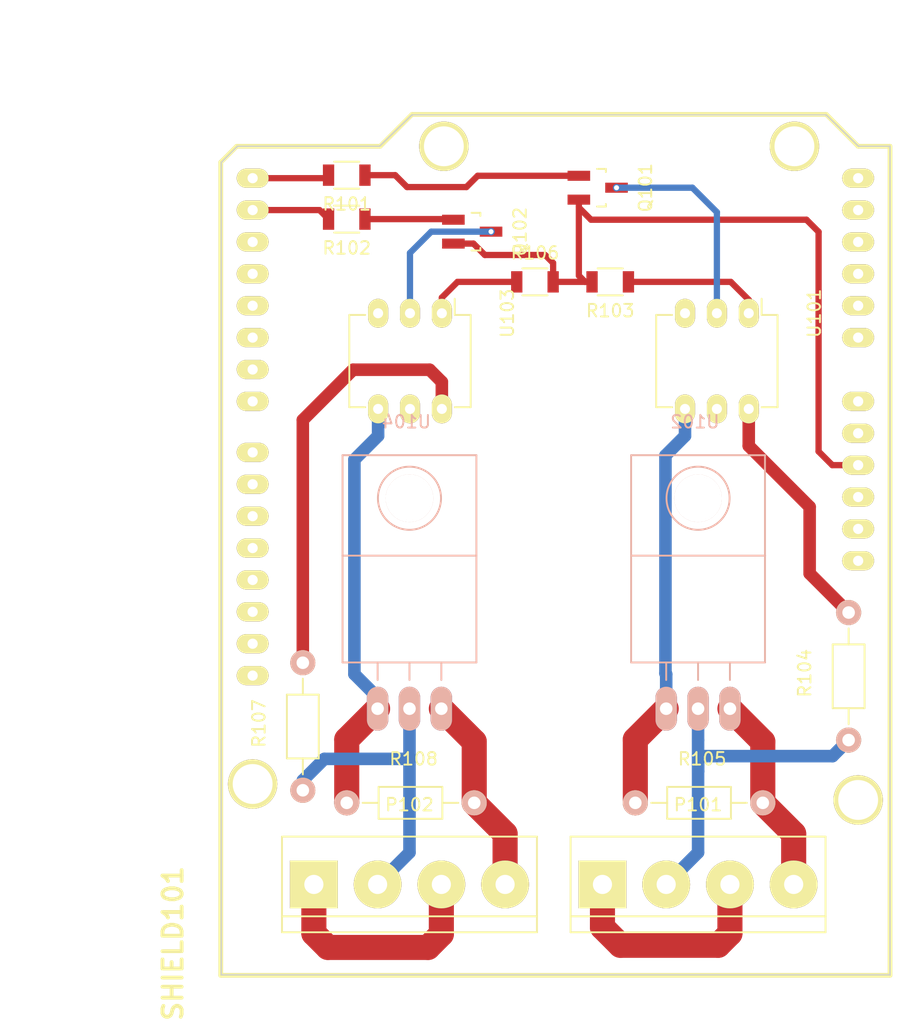
<source format=kicad_pcb>
(kicad_pcb (version 4) (host pcbnew 4.0.2-4+6225~38~ubuntu14.04.1-stable)

  (general
    (links 28)
    (no_connects 1)
    (area 52.000001 38.9 124.785 120.98297)
    (thickness 1.6)
    (drawings 11)
    (tracks 98)
    (zones 0)
    (modules 17)
    (nets 45)
  )

  (page A4)
  (layers
    (0 F.Cu signal)
    (31 B.Cu signal)
    (32 B.Adhes user)
    (33 F.Adhes user)
    (34 B.Paste user)
    (35 F.Paste user)
    (36 B.SilkS user)
    (37 F.SilkS user)
    (38 B.Mask user)
    (39 F.Mask user)
    (40 Dwgs.User user)
    (41 Cmts.User user)
    (42 Eco1.User user)
    (43 Eco2.User user)
    (44 Edge.Cuts user)
    (45 Margin user)
    (46 B.CrtYd user)
    (47 F.CrtYd user)
    (48 B.Fab user)
    (49 F.Fab user)
  )

  (setup
    (last_trace_width 1)
    (user_trace_width 0.5)
    (user_trace_width 1)
    (user_trace_width 2)
    (user_trace_width 3)
    (trace_clearance 0.2)
    (zone_clearance 0.508)
    (zone_45_only no)
    (trace_min 0.2)
    (segment_width 0.2)
    (edge_width 0.1)
    (via_size 0.6)
    (via_drill 0.4)
    (via_min_size 0.4)
    (via_min_drill 0.3)
    (uvia_size 0.3)
    (uvia_drill 0.1)
    (uvias_allowed no)
    (uvia_min_size 0.2)
    (uvia_min_drill 0.1)
    (pcb_text_width 0.3)
    (pcb_text_size 1.5 1.5)
    (mod_edge_width 0.15)
    (mod_text_size 1 1)
    (mod_text_width 0.15)
    (pad_size 3.937 3.937)
    (pad_drill 3.175)
    (pad_to_mask_clearance 0)
    (aux_axis_origin 0 0)
    (grid_origin 70 116.25)
    (visible_elements FFFCFF7F)
    (pcbplotparams
      (layerselection 0x010fc_80000001)
      (usegerberextensions false)
      (excludeedgelayer true)
      (linewidth 0.100000)
      (plotframeref false)
      (viasonmask false)
      (mode 1)
      (useauxorigin false)
      (hpglpennumber 1)
      (hpglpenspeed 20)
      (hpglpendiameter 15)
      (hpglpenoverlay 2)
      (psnegative false)
      (psa4output false)
      (plotreference true)
      (plotvalue false)
      (plotinvisibletext false)
      (padsonsilk false)
      (subtractmaskfromsilk false)
      (outputformat 1)
      (mirror false)
      (drillshape 0)
      (scaleselection 1)
      (outputdirectory ../../../../Desktop/Gerbers/))
  )

  (net 0 "")
  (net 1 /Triac1L)
  (net 2 /Triac1N)
  (net 3 /Triac1O)
  (net 4 /Triac2L)
  (net 5 /Triac2N)
  (net 6 /Triac2O)
  (net 7 "Net-(Q101-Pad1)")
  (net 8 /Gnd)
  (net 9 /Q1Out)
  (net 10 "Net-(Q102-Pad1)")
  (net 11 /Q2Out)
  (net 12 /Q1In)
  (net 13 /Q2In)
  (net 14 "Net-(R103-Pad1)")
  (net 15 "Net-(R104-Pad2)")
  (net 16 "Net-(R105-Pad1)")
  (net 17 "Net-(R106-Pad1)")
  (net 18 "Net-(R107-Pad2)")
  (net 19 "Net-(R108-Pad1)")
  (net 20 "Net-(SHIELD101-PadAD5)")
  (net 21 "Net-(SHIELD101-PadAD4)")
  (net 22 "Net-(SHIELD101-PadAD3)")
  (net 23 "Net-(SHIELD101-PadAD0)")
  (net 24 "Net-(SHIELD101-PadAD1)")
  (net 25 "Net-(SHIELD101-PadAD2)")
  (net 26 "Net-(SHIELD101-PadV_IN)")
  (net 27 "Net-(SHIELD101-PadGND2)")
  (net 28 /Vcc)
  (net 29 "Net-(SHIELD101-PadRST)")
  (net 30 "Net-(SHIELD101-Pad2)")
  (net 31 "Net-(SHIELD101-Pad3)")
  (net 32 "Net-(SHIELD101-Pad4)")
  (net 33 "Net-(SHIELD101-Pad5)")
  (net 34 "Net-(SHIELD101-Pad6)")
  (net 35 "Net-(SHIELD101-Pad7)")
  (net 36 "Net-(SHIELD101-Pad8)")
  (net 37 "Net-(SHIELD101-Pad9)")
  (net 38 "Net-(SHIELD101-Pad10)")
  (net 39 "Net-(SHIELD101-Pad11)")
  (net 40 "Net-(SHIELD101-Pad12)")
  (net 41 "Net-(SHIELD101-Pad13)")
  (net 42 "Net-(SHIELD101-PadGND3)")
  (net 43 "Net-(SHIELD101-PadAREF)")
  (net 44 "Net-(SHIELD101-Pad5V)")

  (net_class Default "This is the default net class."
    (clearance 0.2)
    (trace_width 0.25)
    (via_dia 0.6)
    (via_drill 0.4)
    (uvia_dia 0.3)
    (uvia_drill 0.1)
    (add_net /Gnd)
    (add_net /Q1In)
    (add_net /Q1Out)
    (add_net /Q2In)
    (add_net /Q2Out)
    (add_net /Triac1L)
    (add_net /Triac1N)
    (add_net /Triac1O)
    (add_net /Triac2L)
    (add_net /Triac2N)
    (add_net /Triac2O)
    (add_net /Vcc)
    (add_net "Net-(Q101-Pad1)")
    (add_net "Net-(Q102-Pad1)")
    (add_net "Net-(R103-Pad1)")
    (add_net "Net-(R104-Pad2)")
    (add_net "Net-(R105-Pad1)")
    (add_net "Net-(R106-Pad1)")
    (add_net "Net-(R107-Pad2)")
    (add_net "Net-(R108-Pad1)")
    (add_net "Net-(SHIELD101-Pad10)")
    (add_net "Net-(SHIELD101-Pad11)")
    (add_net "Net-(SHIELD101-Pad12)")
    (add_net "Net-(SHIELD101-Pad13)")
    (add_net "Net-(SHIELD101-Pad2)")
    (add_net "Net-(SHIELD101-Pad3)")
    (add_net "Net-(SHIELD101-Pad4)")
    (add_net "Net-(SHIELD101-Pad5)")
    (add_net "Net-(SHIELD101-Pad5V)")
    (add_net "Net-(SHIELD101-Pad6)")
    (add_net "Net-(SHIELD101-Pad7)")
    (add_net "Net-(SHIELD101-Pad8)")
    (add_net "Net-(SHIELD101-Pad9)")
    (add_net "Net-(SHIELD101-PadAD0)")
    (add_net "Net-(SHIELD101-PadAD1)")
    (add_net "Net-(SHIELD101-PadAD2)")
    (add_net "Net-(SHIELD101-PadAD3)")
    (add_net "Net-(SHIELD101-PadAD4)")
    (add_net "Net-(SHIELD101-PadAD5)")
    (add_net "Net-(SHIELD101-PadAREF)")
    (add_net "Net-(SHIELD101-PadGND2)")
    (add_net "Net-(SHIELD101-PadGND3)")
    (add_net "Net-(SHIELD101-PadRST)")
    (add_net "Net-(SHIELD101-PadV_IN)")
  )

  (module Connect:bornier4 (layer F.Cu) (tedit 0) (tstamp 56EEFA8D)
    (at 108 109)
    (descr "Bornier d'alimentation 4 pins")
    (tags DEV)
    (path /56CFEFBB)
    (fp_text reference P101 (at 0 -6.35) (layer F.SilkS)
      (effects (font (size 1 1) (thickness 0.15)))
    )
    (fp_text value Con1 (at 0 5.08) (layer F.Fab)
      (effects (font (size 1 1) (thickness 0.15)))
    )
    (fp_line (start -10.16 -3.81) (end -10.16 3.81) (layer F.SilkS) (width 0.15))
    (fp_line (start 10.16 3.81) (end 10.16 -3.81) (layer F.SilkS) (width 0.15))
    (fp_line (start 10.16 2.54) (end -10.16 2.54) (layer F.SilkS) (width 0.15))
    (fp_line (start -10.16 -3.81) (end 10.16 -3.81) (layer F.SilkS) (width 0.15))
    (fp_line (start -10.16 3.81) (end 10.16 3.81) (layer F.SilkS) (width 0.15))
    (pad 2 thru_hole circle (at -2.54 0) (size 3.81 3.81) (drill 1.524) (layers *.Cu *.Mask F.SilkS)
      (net 1 /Triac1L))
    (pad 3 thru_hole circle (at 2.54 0) (size 3.81 3.81) (drill 1.524) (layers *.Cu *.Mask F.SilkS)
      (net 2 /Triac1N))
    (pad 1 thru_hole rect (at -7.62 0) (size 3.81 3.81) (drill 1.524) (layers *.Cu *.Mask F.SilkS)
      (net 2 /Triac1N))
    (pad 4 thru_hole circle (at 7.62 0) (size 3.81 3.81) (drill 1.524) (layers *.Cu *.Mask F.SilkS)
      (net 3 /Triac1O))
    (model Connect.3dshapes/bornier4.wrl
      (at (xyz 0 0 0))
      (scale (xyz 1 1 1))
      (rotate (xyz 0 0 0))
    )
  )

  (module Connect:bornier4 (layer F.Cu) (tedit 0) (tstamp 56EEFA95)
    (at 85 109)
    (descr "Bornier d'alimentation 4 pins")
    (tags DEV)
    (path /56D0030E)
    (fp_text reference P102 (at 0 -6.35) (layer F.SilkS)
      (effects (font (size 1 1) (thickness 0.15)))
    )
    (fp_text value Con2 (at 0 5.08) (layer F.Fab)
      (effects (font (size 1 1) (thickness 0.15)))
    )
    (fp_line (start -10.16 -3.81) (end -10.16 3.81) (layer F.SilkS) (width 0.15))
    (fp_line (start 10.16 3.81) (end 10.16 -3.81) (layer F.SilkS) (width 0.15))
    (fp_line (start 10.16 2.54) (end -10.16 2.54) (layer F.SilkS) (width 0.15))
    (fp_line (start -10.16 -3.81) (end 10.16 -3.81) (layer F.SilkS) (width 0.15))
    (fp_line (start -10.16 3.81) (end 10.16 3.81) (layer F.SilkS) (width 0.15))
    (pad 2 thru_hole circle (at -2.54 0) (size 3.81 3.81) (drill 1.524) (layers *.Cu *.Mask F.SilkS)
      (net 4 /Triac2L))
    (pad 3 thru_hole circle (at 2.54 0) (size 3.81 3.81) (drill 1.524) (layers *.Cu *.Mask F.SilkS)
      (net 5 /Triac2N))
    (pad 1 thru_hole rect (at -7.62 0) (size 3.81 3.81) (drill 1.524) (layers *.Cu *.Mask F.SilkS)
      (net 5 /Triac2N))
    (pad 4 thru_hole circle (at 7.62 0) (size 3.81 3.81) (drill 1.524) (layers *.Cu *.Mask F.SilkS)
      (net 6 /Triac2O))
    (model Connect.3dshapes/bornier4.wrl
      (at (xyz 0 0 0))
      (scale (xyz 1 1 1))
      (rotate (xyz 0 0 0))
    )
  )

  (module Resistors_SMD:R_1206 (layer F.Cu) (tedit 5415CFA7) (tstamp 56EEFAA9)
    (at 80 52.5 180)
    (descr "Resistor SMD 1206, reflow soldering, Vishay (see dcrcw.pdf)")
    (tags "resistor 1206")
    (path /56CFD698)
    (attr smd)
    (fp_text reference R101 (at 0 -2.3 180) (layer F.SilkS)
      (effects (font (size 1 1) (thickness 0.15)))
    )
    (fp_text value 331 (at 0 2.3 180) (layer F.Fab)
      (effects (font (size 1 1) (thickness 0.15)))
    )
    (fp_line (start -2.2 -1.2) (end 2.2 -1.2) (layer F.CrtYd) (width 0.05))
    (fp_line (start -2.2 1.2) (end 2.2 1.2) (layer F.CrtYd) (width 0.05))
    (fp_line (start -2.2 -1.2) (end -2.2 1.2) (layer F.CrtYd) (width 0.05))
    (fp_line (start 2.2 -1.2) (end 2.2 1.2) (layer F.CrtYd) (width 0.05))
    (fp_line (start 1 1.075) (end -1 1.075) (layer F.SilkS) (width 0.15))
    (fp_line (start -1 -1.075) (end 1 -1.075) (layer F.SilkS) (width 0.15))
    (pad 1 smd rect (at -1.45 0 180) (size 0.9 1.7) (layers F.Cu F.Paste F.Mask)
      (net 7 "Net-(Q101-Pad1)"))
    (pad 2 smd rect (at 1.45 0 180) (size 0.9 1.7) (layers F.Cu F.Paste F.Mask)
      (net 12 /Q1In))
    (model Resistors_SMD.3dshapes/R_1206.wrl
      (at (xyz 0 0 0))
      (scale (xyz 1 1 1))
      (rotate (xyz 0 0 0))
    )
  )

  (module Resistors_SMD:R_1206 (layer F.Cu) (tedit 5415CFA7) (tstamp 56EEFAAF)
    (at 80 56 180)
    (descr "Resistor SMD 1206, reflow soldering, Vishay (see dcrcw.pdf)")
    (tags "resistor 1206")
    (path /56CFE8BB)
    (attr smd)
    (fp_text reference R102 (at 0 -2.3 180) (layer F.SilkS)
      (effects (font (size 1 1) (thickness 0.15)))
    )
    (fp_text value 331 (at 0 2.3 180) (layer F.Fab)
      (effects (font (size 1 1) (thickness 0.15)))
    )
    (fp_line (start -2.2 -1.2) (end 2.2 -1.2) (layer F.CrtYd) (width 0.05))
    (fp_line (start -2.2 1.2) (end 2.2 1.2) (layer F.CrtYd) (width 0.05))
    (fp_line (start -2.2 -1.2) (end -2.2 1.2) (layer F.CrtYd) (width 0.05))
    (fp_line (start 2.2 -1.2) (end 2.2 1.2) (layer F.CrtYd) (width 0.05))
    (fp_line (start 1 1.075) (end -1 1.075) (layer F.SilkS) (width 0.15))
    (fp_line (start -1 -1.075) (end 1 -1.075) (layer F.SilkS) (width 0.15))
    (pad 1 smd rect (at -1.45 0 180) (size 0.9 1.7) (layers F.Cu F.Paste F.Mask)
      (net 10 "Net-(Q102-Pad1)"))
    (pad 2 smd rect (at 1.45 0 180) (size 0.9 1.7) (layers F.Cu F.Paste F.Mask)
      (net 13 /Q2In))
    (model Resistors_SMD.3dshapes/R_1206.wrl
      (at (xyz 0 0 0))
      (scale (xyz 1 1 1))
      (rotate (xyz 0 0 0))
    )
  )

  (module Resistors_SMD:R_1206 (layer F.Cu) (tedit 5415CFA7) (tstamp 56EEFAB5)
    (at 101 61 180)
    (descr "Resistor SMD 1206, reflow soldering, Vishay (see dcrcw.pdf)")
    (tags "resistor 1206")
    (path /56CFF5CC)
    (attr smd)
    (fp_text reference R103 (at 0 -2.3 180) (layer F.SilkS)
      (effects (font (size 1 1) (thickness 0.15)))
    )
    (fp_text value 131 (at 0 2.3 180) (layer F.Fab)
      (effects (font (size 1 1) (thickness 0.15)))
    )
    (fp_line (start -2.2 -1.2) (end 2.2 -1.2) (layer F.CrtYd) (width 0.05))
    (fp_line (start -2.2 1.2) (end 2.2 1.2) (layer F.CrtYd) (width 0.05))
    (fp_line (start -2.2 -1.2) (end -2.2 1.2) (layer F.CrtYd) (width 0.05))
    (fp_line (start 2.2 -1.2) (end 2.2 1.2) (layer F.CrtYd) (width 0.05))
    (fp_line (start 1 1.075) (end -1 1.075) (layer F.SilkS) (width 0.15))
    (fp_line (start -1 -1.075) (end 1 -1.075) (layer F.SilkS) (width 0.15))
    (pad 1 smd rect (at -1.45 0 180) (size 0.9 1.7) (layers F.Cu F.Paste F.Mask)
      (net 14 "Net-(R103-Pad1)"))
    (pad 2 smd rect (at 1.45 0 180) (size 0.9 1.7) (layers F.Cu F.Paste F.Mask)
      (net 8 /Gnd))
    (model Resistors_SMD.3dshapes/R_1206.wrl
      (at (xyz 0 0 0))
      (scale (xyz 1 1 1))
      (rotate (xyz 0 0 0))
    )
  )

  (module Resistors_ThroughHole:Resistor_Horizontal_RM10mm (layer F.Cu) (tedit 56648415) (tstamp 56EEFABB)
    (at 120 97.5 90)
    (descr "Resistor, Axial,  RM 10mm, 1/3W")
    (tags "Resistor Axial RM 10mm 1/3W")
    (path /56CFD4FF)
    (fp_text reference R104 (at 5.32892 -3.50012 90) (layer F.SilkS)
      (effects (font (size 1 1) (thickness 0.15)))
    )
    (fp_text value 361 (at 5.08 3.81 90) (layer F.Fab)
      (effects (font (size 1 1) (thickness 0.15)))
    )
    (fp_line (start -1.25 -1.5) (end 11.4 -1.5) (layer F.CrtYd) (width 0.05))
    (fp_line (start -1.25 1.5) (end -1.25 -1.5) (layer F.CrtYd) (width 0.05))
    (fp_line (start 11.4 -1.5) (end 11.4 1.5) (layer F.CrtYd) (width 0.05))
    (fp_line (start -1.25 1.5) (end 11.4 1.5) (layer F.CrtYd) (width 0.05))
    (fp_line (start 2.54 -1.27) (end 7.62 -1.27) (layer F.SilkS) (width 0.15))
    (fp_line (start 7.62 -1.27) (end 7.62 1.27) (layer F.SilkS) (width 0.15))
    (fp_line (start 7.62 1.27) (end 2.54 1.27) (layer F.SilkS) (width 0.15))
    (fp_line (start 2.54 1.27) (end 2.54 -1.27) (layer F.SilkS) (width 0.15))
    (fp_line (start 2.54 0) (end 1.27 0) (layer F.SilkS) (width 0.15))
    (fp_line (start 7.62 0) (end 8.89 0) (layer F.SilkS) (width 0.15))
    (pad 1 thru_hole circle (at 0 0 90) (size 1.99898 1.99898) (drill 1.00076) (layers *.Cu *.SilkS *.Mask)
      (net 1 /Triac1L))
    (pad 2 thru_hole circle (at 10.16 0 90) (size 1.99898 1.99898) (drill 1.00076) (layers *.Cu *.SilkS *.Mask)
      (net 15 "Net-(R104-Pad2)"))
    (model Resistors_ThroughHole.3dshapes/Resistor_Horizontal_RM10mm.wrl
      (at (xyz 0.2 0 0))
      (scale (xyz 0.4 0.4 0.4))
      (rotate (xyz 0 0 0))
    )
  )

  (module Resistors_ThroughHole:Resistor_Horizontal_RM10mm (layer F.Cu) (tedit 56648415) (tstamp 56EEFAC1)
    (at 103 102.5)
    (descr "Resistor, Axial,  RM 10mm, 1/3W")
    (tags "Resistor Axial RM 10mm 1/3W")
    (path /56EEEF1A)
    (fp_text reference R105 (at 5.32892 -3.50012) (layer F.SilkS)
      (effects (font (size 1 1) (thickness 0.15)))
    )
    (fp_text value 331 (at 5.08 3.81) (layer F.Fab)
      (effects (font (size 1 1) (thickness 0.15)))
    )
    (fp_line (start -1.25 -1.5) (end 11.4 -1.5) (layer F.CrtYd) (width 0.05))
    (fp_line (start -1.25 1.5) (end -1.25 -1.5) (layer F.CrtYd) (width 0.05))
    (fp_line (start 11.4 -1.5) (end 11.4 1.5) (layer F.CrtYd) (width 0.05))
    (fp_line (start -1.25 1.5) (end 11.4 1.5) (layer F.CrtYd) (width 0.05))
    (fp_line (start 2.54 -1.27) (end 7.62 -1.27) (layer F.SilkS) (width 0.15))
    (fp_line (start 7.62 -1.27) (end 7.62 1.27) (layer F.SilkS) (width 0.15))
    (fp_line (start 7.62 1.27) (end 2.54 1.27) (layer F.SilkS) (width 0.15))
    (fp_line (start 2.54 1.27) (end 2.54 -1.27) (layer F.SilkS) (width 0.15))
    (fp_line (start 2.54 0) (end 1.27 0) (layer F.SilkS) (width 0.15))
    (fp_line (start 7.62 0) (end 8.89 0) (layer F.SilkS) (width 0.15))
    (pad 1 thru_hole circle (at 0 0) (size 1.99898 1.99898) (drill 1.00076) (layers *.Cu *.SilkS *.Mask)
      (net 16 "Net-(R105-Pad1)"))
    (pad 2 thru_hole circle (at 10.16 0) (size 1.99898 1.99898) (drill 1.00076) (layers *.Cu *.SilkS *.Mask)
      (net 3 /Triac1O))
    (model Resistors_ThroughHole.3dshapes/Resistor_Horizontal_RM10mm.wrl
      (at (xyz 0.2 0 0))
      (scale (xyz 0.4 0.4 0.4))
      (rotate (xyz 0 0 0))
    )
  )

  (module Resistors_SMD:R_1206 (layer F.Cu) (tedit 5415CFA7) (tstamp 56EEFAC7)
    (at 95 61)
    (descr "Resistor SMD 1206, reflow soldering, Vishay (see dcrcw.pdf)")
    (tags "resistor 1206")
    (path /56D00321)
    (attr smd)
    (fp_text reference R106 (at 0 -2.3) (layer F.SilkS)
      (effects (font (size 1 1) (thickness 0.15)))
    )
    (fp_text value 131 (at 0 2.3) (layer F.Fab)
      (effects (font (size 1 1) (thickness 0.15)))
    )
    (fp_line (start -2.2 -1.2) (end 2.2 -1.2) (layer F.CrtYd) (width 0.05))
    (fp_line (start -2.2 1.2) (end 2.2 1.2) (layer F.CrtYd) (width 0.05))
    (fp_line (start -2.2 -1.2) (end -2.2 1.2) (layer F.CrtYd) (width 0.05))
    (fp_line (start 2.2 -1.2) (end 2.2 1.2) (layer F.CrtYd) (width 0.05))
    (fp_line (start 1 1.075) (end -1 1.075) (layer F.SilkS) (width 0.15))
    (fp_line (start -1 -1.075) (end 1 -1.075) (layer F.SilkS) (width 0.15))
    (pad 1 smd rect (at -1.45 0) (size 0.9 1.7) (layers F.Cu F.Paste F.Mask)
      (net 17 "Net-(R106-Pad1)"))
    (pad 2 smd rect (at 1.45 0) (size 0.9 1.7) (layers F.Cu F.Paste F.Mask)
      (net 8 /Gnd))
    (model Resistors_SMD.3dshapes/R_1206.wrl
      (at (xyz 0 0 0))
      (scale (xyz 1 1 1))
      (rotate (xyz 0 0 0))
    )
  )

  (module Resistors_ThroughHole:Resistor_Horizontal_RM10mm (layer F.Cu) (tedit 56648415) (tstamp 56EEFACD)
    (at 76.5 101.5 90)
    (descr "Resistor, Axial,  RM 10mm, 1/3W")
    (tags "Resistor Axial RM 10mm 1/3W")
    (path /56D00301)
    (fp_text reference R107 (at 5.32892 -3.50012 90) (layer F.SilkS)
      (effects (font (size 1 1) (thickness 0.15)))
    )
    (fp_text value 361 (at 5.08 3.81 90) (layer F.Fab)
      (effects (font (size 1 1) (thickness 0.15)))
    )
    (fp_line (start -1.25 -1.5) (end 11.4 -1.5) (layer F.CrtYd) (width 0.05))
    (fp_line (start -1.25 1.5) (end -1.25 -1.5) (layer F.CrtYd) (width 0.05))
    (fp_line (start 11.4 -1.5) (end 11.4 1.5) (layer F.CrtYd) (width 0.05))
    (fp_line (start -1.25 1.5) (end 11.4 1.5) (layer F.CrtYd) (width 0.05))
    (fp_line (start 2.54 -1.27) (end 7.62 -1.27) (layer F.SilkS) (width 0.15))
    (fp_line (start 7.62 -1.27) (end 7.62 1.27) (layer F.SilkS) (width 0.15))
    (fp_line (start 7.62 1.27) (end 2.54 1.27) (layer F.SilkS) (width 0.15))
    (fp_line (start 2.54 1.27) (end 2.54 -1.27) (layer F.SilkS) (width 0.15))
    (fp_line (start 2.54 0) (end 1.27 0) (layer F.SilkS) (width 0.15))
    (fp_line (start 7.62 0) (end 8.89 0) (layer F.SilkS) (width 0.15))
    (pad 1 thru_hole circle (at 0 0 90) (size 1.99898 1.99898) (drill 1.00076) (layers *.Cu *.SilkS *.Mask)
      (net 4 /Triac2L))
    (pad 2 thru_hole circle (at 10.16 0 90) (size 1.99898 1.99898) (drill 1.00076) (layers *.Cu *.SilkS *.Mask)
      (net 18 "Net-(R107-Pad2)"))
    (model Resistors_ThroughHole.3dshapes/Resistor_Horizontal_RM10mm.wrl
      (at (xyz 0.2 0 0))
      (scale (xyz 0.4 0.4 0.4))
      (rotate (xyz 0 0 0))
    )
  )

  (module Resistors_ThroughHole:Resistor_Horizontal_RM10mm (layer F.Cu) (tedit 56648415) (tstamp 56EEFAD3)
    (at 80 102.5)
    (descr "Resistor, Axial,  RM 10mm, 1/3W")
    (tags "Resistor Axial RM 10mm 1/3W")
    (path /56EEF3FA)
    (fp_text reference R108 (at 5.32892 -3.50012) (layer F.SilkS)
      (effects (font (size 1 1) (thickness 0.15)))
    )
    (fp_text value 331 (at 5.08 3.81) (layer F.Fab)
      (effects (font (size 1 1) (thickness 0.15)))
    )
    (fp_line (start -1.25 -1.5) (end 11.4 -1.5) (layer F.CrtYd) (width 0.05))
    (fp_line (start -1.25 1.5) (end -1.25 -1.5) (layer F.CrtYd) (width 0.05))
    (fp_line (start 11.4 -1.5) (end 11.4 1.5) (layer F.CrtYd) (width 0.05))
    (fp_line (start -1.25 1.5) (end 11.4 1.5) (layer F.CrtYd) (width 0.05))
    (fp_line (start 2.54 -1.27) (end 7.62 -1.27) (layer F.SilkS) (width 0.15))
    (fp_line (start 7.62 -1.27) (end 7.62 1.27) (layer F.SilkS) (width 0.15))
    (fp_line (start 7.62 1.27) (end 2.54 1.27) (layer F.SilkS) (width 0.15))
    (fp_line (start 2.54 1.27) (end 2.54 -1.27) (layer F.SilkS) (width 0.15))
    (fp_line (start 2.54 0) (end 1.27 0) (layer F.SilkS) (width 0.15))
    (fp_line (start 7.62 0) (end 8.89 0) (layer F.SilkS) (width 0.15))
    (pad 1 thru_hole circle (at 0 0) (size 1.99898 1.99898) (drill 1.00076) (layers *.Cu *.SilkS *.Mask)
      (net 19 "Net-(R108-Pad1)"))
    (pad 2 thru_hole circle (at 10.16 0) (size 1.99898 1.99898) (drill 1.00076) (layers *.Cu *.SilkS *.Mask)
      (net 6 /Triac2O))
    (model Resistors_ThroughHole.3dshapes/Resistor_Horizontal_RM10mm.wrl
      (at (xyz 0.2 0 0))
      (scale (xyz 0.4 0.4 0.4))
      (rotate (xyz 0 0 0))
    )
  )

  (module ArduinoShield:ArduinoShield (layer F.Cu) (tedit 56F72CCC) (tstamp 56EEFAF7)
    (at 123.3 116.24 90)
    (path /56CFCA29)
    (fp_text reference SHIELD101 (at 2.54 -57.15 90) (layer F.SilkS)
      (effects (font (thickness 0.3048)))
    )
    (fp_text value ARDUINO_SHIELD (at 5.08 -54.61 90) (layer F.SilkS) hide
      (effects (font (thickness 0.3048)))
    )
    (fp_line (start 66.04 -40.64) (end 66.04 -52.07) (layer F.SilkS) (width 0.381))
    (fp_line (start 66.04 -52.07) (end 64.77 -53.34) (layer F.SilkS) (width 0.381))
    (fp_line (start 64.77 -53.34) (end 0 -53.34) (layer F.SilkS) (width 0.381))
    (fp_line (start 66.04 0) (end 0 0) (layer F.SilkS) (width 0.381))
    (fp_line (start 0 0) (end 0 -53.34) (layer F.SilkS) (width 0.381))
    (fp_line (start 66.04 -40.64) (end 68.58 -38.1) (layer F.SilkS) (width 0.381))
    (fp_line (start 68.58 -38.1) (end 68.58 -5.08) (layer F.SilkS) (width 0.381))
    (fp_line (start 68.58 -5.08) (end 66.04 -2.54) (layer F.SilkS) (width 0.381))
    (fp_line (start 66.04 -2.54) (end 66.04 0) (layer F.SilkS) (width 0.381))
    (pad AD5 thru_hole oval (at 63.5 -2.54 180) (size 2.54 1.524) (drill 0.8128) (layers *.Cu *.Mask F.SilkS)
      (net 20 "Net-(SHIELD101-PadAD5)"))
    (pad AD4 thru_hole oval (at 60.96 -2.54 180) (size 2.54 1.524) (drill 0.8128) (layers *.Cu *.Mask F.SilkS)
      (net 21 "Net-(SHIELD101-PadAD4)"))
    (pad AD3 thru_hole oval (at 58.42 -2.54 180) (size 2.54 1.524) (drill 0.8128) (layers *.Cu *.Mask F.SilkS)
      (net 22 "Net-(SHIELD101-PadAD3)"))
    (pad AD0 thru_hole oval (at 50.8 -2.54 180) (size 2.54 1.524) (drill 0.8128) (layers *.Cu *.Mask F.SilkS)
      (net 23 "Net-(SHIELD101-PadAD0)"))
    (pad AD1 thru_hole oval (at 53.34 -2.54 180) (size 2.54 1.524) (drill 0.8128) (layers *.Cu *.Mask F.SilkS)
      (net 24 "Net-(SHIELD101-PadAD1)"))
    (pad AD2 thru_hole oval (at 55.88 -2.54 180) (size 2.54 1.524) (drill 0.8128) (layers *.Cu *.Mask F.SilkS)
      (net 25 "Net-(SHIELD101-PadAD2)"))
    (pad V_IN thru_hole oval (at 45.72 -2.54 180) (size 2.54 1.524) (drill 0.8128) (layers *.Cu *.Mask F.SilkS)
      (net 26 "Net-(SHIELD101-PadV_IN)"))
    (pad GND2 thru_hole oval (at 43.18 -2.54 180) (size 2.54 1.524) (drill 0.8128) (layers *.Cu *.Mask F.SilkS)
      (net 27 "Net-(SHIELD101-PadGND2)"))
    (pad GND1 thru_hole oval (at 40.64 -2.54 180) (size 2.54 1.524) (drill 0.8128) (layers *.Cu *.Mask F.SilkS)
      (net 8 /Gnd))
    (pad 3V3 thru_hole oval (at 35.56 -2.54 180) (size 2.54 1.524) (drill 0.8128) (layers *.Cu *.Mask F.SilkS)
      (net 28 /Vcc))
    (pad RST thru_hole oval (at 33.02 -2.54 180) (size 2.54 1.524) (drill 0.8128) (layers *.Cu *.Mask F.SilkS)
      (net 29 "Net-(SHIELD101-PadRST)"))
    (pad 0 thru_hole oval (at 63.5 -50.8 180) (size 2.54 1.524) (drill 0.8128) (layers *.Cu *.Mask F.SilkS)
      (net 12 /Q1In))
    (pad 1 thru_hole oval (at 60.96 -50.8 180) (size 2.54 1.524) (drill 0.8128) (layers *.Cu *.Mask F.SilkS)
      (net 13 /Q2In))
    (pad 2 thru_hole oval (at 58.42 -50.8 180) (size 2.54 1.524) (drill 0.8128) (layers *.Cu *.Mask F.SilkS)
      (net 30 "Net-(SHIELD101-Pad2)"))
    (pad 3 thru_hole oval (at 55.88 -50.8 180) (size 2.54 1.524) (drill 0.8128) (layers *.Cu *.Mask F.SilkS)
      (net 31 "Net-(SHIELD101-Pad3)"))
    (pad 4 thru_hole oval (at 53.34 -50.8 180) (size 2.54 1.524) (drill 0.8128) (layers *.Cu *.Mask F.SilkS)
      (net 32 "Net-(SHIELD101-Pad4)"))
    (pad 5 thru_hole oval (at 50.8 -50.8 180) (size 2.54 1.524) (drill 0.8128) (layers *.Cu *.Mask F.SilkS)
      (net 33 "Net-(SHIELD101-Pad5)"))
    (pad 6 thru_hole oval (at 48.26 -50.8 180) (size 2.54 1.524) (drill 0.8128) (layers *.Cu *.Mask F.SilkS)
      (net 34 "Net-(SHIELD101-Pad6)"))
    (pad 7 thru_hole oval (at 45.72 -50.8 180) (size 2.54 1.524) (drill 0.8128) (layers *.Cu *.Mask F.SilkS)
      (net 35 "Net-(SHIELD101-Pad7)"))
    (pad 8 thru_hole oval (at 41.656 -50.8 180) (size 2.54 1.524) (drill 0.8128) (layers *.Cu *.Mask F.SilkS)
      (net 36 "Net-(SHIELD101-Pad8)"))
    (pad 9 thru_hole oval (at 39.116 -50.8 180) (size 2.54 1.524) (drill 0.8128) (layers *.Cu *.Mask F.SilkS)
      (net 37 "Net-(SHIELD101-Pad9)"))
    (pad 10 thru_hole oval (at 36.576 -50.8 180) (size 2.54 1.524) (drill 0.8128) (layers *.Cu *.Mask F.SilkS)
      (net 38 "Net-(SHIELD101-Pad10)"))
    (pad 11 thru_hole oval (at 34.036 -50.8 180) (size 2.54 1.524) (drill 0.8128) (layers *.Cu *.Mask F.SilkS)
      (net 39 "Net-(SHIELD101-Pad11)"))
    (pad 12 thru_hole oval (at 31.496 -50.8 180) (size 2.54 1.524) (drill 0.8128) (layers *.Cu *.Mask F.SilkS)
      (net 40 "Net-(SHIELD101-Pad12)"))
    (pad 13 thru_hole oval (at 28.956 -50.8 180) (size 2.54 1.524) (drill 0.8128) (layers *.Cu *.Mask F.SilkS)
      (net 41 "Net-(SHIELD101-Pad13)"))
    (pad GND3 thru_hole oval (at 26.416 -50.8 180) (size 2.54 1.524) (drill 0.8128) (layers *.Cu *.Mask F.SilkS)
      (net 42 "Net-(SHIELD101-PadGND3)"))
    (pad AREF thru_hole oval (at 23.876 -50.8 180) (size 2.54 1.524) (drill 0.8128) (layers *.Cu *.Mask F.SilkS)
      (net 43 "Net-(SHIELD101-PadAREF)"))
    (pad 5V thru_hole oval (at 38.1 -2.54 180) (size 2.54 1.524) (drill 0.8128) (layers *.Cu *.Mask F.SilkS)
      (net 44 "Net-(SHIELD101-Pad5V)"))
    (pad "" np_thru_hole circle (at 66.04 -7.62 180) (size 3.937 3.937) (drill 3.175) (layers *.Cu *.Mask F.SilkS))
    (pad "" np_thru_hole circle (at 66.04 -35.56 180) (size 3.937 3.937) (drill 3.175) (layers *.Cu *.Mask F.SilkS))
    (pad "" np_thru_hole circle (at 15.24 -50.8 180) (size 3.937 3.937) (drill 3.175) (layers *.Cu *.Mask F.SilkS))
    (pad "" np_thru_hole circle (at 13.97 -2.54 180) (size 3.937 3.937) (drill 3.175) (layers *.Cu *.Mask F.SilkS))
  )

  (module Housings_DIP:DIP-6_W7.62mm_LongPads (layer F.Cu) (tedit 54130A77) (tstamp 56EEFB01)
    (at 112.04 63.5 270)
    (descr "6-lead dip package, row spacing 7.62 mm (300 mils), longer pads")
    (tags "dil dip 2.54 300")
    (path /56CFCD03)
    (fp_text reference U101 (at 0 -5.22 270) (layer F.SilkS)
      (effects (font (size 1 1) (thickness 0.15)))
    )
    (fp_text value MOC3041M (at 0 -3.72 270) (layer F.Fab)
      (effects (font (size 1 1) (thickness 0.15)))
    )
    (fp_line (start -1.4 -2.45) (end -1.4 7.55) (layer F.CrtYd) (width 0.05))
    (fp_line (start 9 -2.45) (end 9 7.55) (layer F.CrtYd) (width 0.05))
    (fp_line (start -1.4 -2.45) (end 9 -2.45) (layer F.CrtYd) (width 0.05))
    (fp_line (start -1.4 7.55) (end 9 7.55) (layer F.CrtYd) (width 0.05))
    (fp_line (start 0.135 -2.295) (end 0.135 -1.025) (layer F.SilkS) (width 0.15))
    (fp_line (start 7.485 -2.295) (end 7.485 -1.025) (layer F.SilkS) (width 0.15))
    (fp_line (start 7.485 7.375) (end 7.485 6.105) (layer F.SilkS) (width 0.15))
    (fp_line (start 0.135 7.375) (end 0.135 6.105) (layer F.SilkS) (width 0.15))
    (fp_line (start 0.135 -2.295) (end 7.485 -2.295) (layer F.SilkS) (width 0.15))
    (fp_line (start 0.135 7.375) (end 7.485 7.375) (layer F.SilkS) (width 0.15))
    (fp_line (start 0.135 -1.025) (end -1.15 -1.025) (layer F.SilkS) (width 0.15))
    (pad 1 thru_hole oval (at 0 0 270) (size 2.3 1.6) (drill 0.8) (layers *.Cu *.Mask F.SilkS)
      (net 14 "Net-(R103-Pad1)"))
    (pad 2 thru_hole oval (at 0 2.54 270) (size 2.3 1.6) (drill 0.8) (layers *.Cu *.Mask F.SilkS)
      (net 9 /Q1Out))
    (pad 3 thru_hole oval (at 0 5.08 270) (size 2.3 1.6) (drill 0.8) (layers *.Cu *.Mask F.SilkS))
    (pad 4 thru_hole oval (at 7.62 5.08 270) (size 2.3 1.6) (drill 0.8) (layers *.Cu *.Mask F.SilkS)
      (net 16 "Net-(R105-Pad1)"))
    (pad 5 thru_hole oval (at 7.62 2.54 270) (size 2.3 1.6) (drill 0.8) (layers *.Cu *.Mask F.SilkS))
    (pad 6 thru_hole oval (at 7.62 0 270) (size 2.3 1.6) (drill 0.8) (layers *.Cu *.Mask F.SilkS)
      (net 15 "Net-(R104-Pad2)"))
    (model Housings_DIP.3dshapes/DIP-6_W7.62mm_LongPads.wrl
      (at (xyz 0 0 0))
      (scale (xyz 1 1 1))
      (rotate (xyz 0 0 0))
    )
  )

  (module Housings_DIP:DIP-6_W7.62mm_LongPads (layer F.Cu) (tedit 54130A77) (tstamp 56EEFB13)
    (at 87.58 63.5 270)
    (descr "6-lead dip package, row spacing 7.62 mm (300 mils), longer pads")
    (tags "dil dip 2.54 300")
    (path /56D002FA)
    (fp_text reference U103 (at 0 -5.22 270) (layer F.SilkS)
      (effects (font (size 1 1) (thickness 0.15)))
    )
    (fp_text value MOC3041M (at 0 -3.72 270) (layer F.Fab)
      (effects (font (size 1 1) (thickness 0.15)))
    )
    (fp_line (start -1.4 -2.45) (end -1.4 7.55) (layer F.CrtYd) (width 0.05))
    (fp_line (start 9 -2.45) (end 9 7.55) (layer F.CrtYd) (width 0.05))
    (fp_line (start -1.4 -2.45) (end 9 -2.45) (layer F.CrtYd) (width 0.05))
    (fp_line (start -1.4 7.55) (end 9 7.55) (layer F.CrtYd) (width 0.05))
    (fp_line (start 0.135 -2.295) (end 0.135 -1.025) (layer F.SilkS) (width 0.15))
    (fp_line (start 7.485 -2.295) (end 7.485 -1.025) (layer F.SilkS) (width 0.15))
    (fp_line (start 7.485 7.375) (end 7.485 6.105) (layer F.SilkS) (width 0.15))
    (fp_line (start 0.135 7.375) (end 0.135 6.105) (layer F.SilkS) (width 0.15))
    (fp_line (start 0.135 -2.295) (end 7.485 -2.295) (layer F.SilkS) (width 0.15))
    (fp_line (start 0.135 7.375) (end 7.485 7.375) (layer F.SilkS) (width 0.15))
    (fp_line (start 0.135 -1.025) (end -1.15 -1.025) (layer F.SilkS) (width 0.15))
    (pad 1 thru_hole oval (at 0 0 270) (size 2.3 1.6) (drill 0.8) (layers *.Cu *.Mask F.SilkS)
      (net 17 "Net-(R106-Pad1)"))
    (pad 2 thru_hole oval (at 0 2.54 270) (size 2.3 1.6) (drill 0.8) (layers *.Cu *.Mask F.SilkS)
      (net 11 /Q2Out))
    (pad 3 thru_hole oval (at 0 5.08 270) (size 2.3 1.6) (drill 0.8) (layers *.Cu *.Mask F.SilkS))
    (pad 4 thru_hole oval (at 7.62 5.08 270) (size 2.3 1.6) (drill 0.8) (layers *.Cu *.Mask F.SilkS)
      (net 19 "Net-(R108-Pad1)"))
    (pad 5 thru_hole oval (at 7.62 2.54 270) (size 2.3 1.6) (drill 0.8) (layers *.Cu *.Mask F.SilkS))
    (pad 6 thru_hole oval (at 7.62 0 270) (size 2.3 1.6) (drill 0.8) (layers *.Cu *.Mask F.SilkS)
      (net 18 "Net-(R107-Pad2)"))
    (model Housings_DIP.3dshapes/DIP-6_W7.62mm_LongPads.wrl
      (at (xyz 0 0 0))
      (scale (xyz 1 1 1))
      (rotate (xyz 0 0 0))
    )
  )

  (module TO_SOT_Packages_SMD:SOT-23_Handsoldering (layer F.Cu) (tedit 54E9291B) (tstamp 56EEFC93)
    (at 100 53.49886 270)
    (descr "SOT-23, Handsoldering")
    (tags SOT-23)
    (path /56CFD560)
    (attr smd)
    (fp_text reference Q101 (at 0 -3.81 270) (layer F.SilkS)
      (effects (font (size 1 1) (thickness 0.15)))
    )
    (fp_text value BC847-SOT23 (at 0 3.81 270) (layer F.Fab)
      (effects (font (size 1 1) (thickness 0.15)))
    )
    (fp_line (start -1.49982 0.0508) (end -1.49982 -0.65024) (layer F.SilkS) (width 0.15))
    (fp_line (start -1.49982 -0.65024) (end -1.2509 -0.65024) (layer F.SilkS) (width 0.15))
    (fp_line (start 1.29916 -0.65024) (end 1.49982 -0.65024) (layer F.SilkS) (width 0.15))
    (fp_line (start 1.49982 -0.65024) (end 1.49982 0.0508) (layer F.SilkS) (width 0.15))
    (pad 1 smd rect (at -0.95 1.50114 270) (size 0.8001 1.80086) (layers F.Cu F.Paste F.Mask)
      (net 7 "Net-(Q101-Pad1)"))
    (pad 2 smd rect (at 0.95 1.50114 270) (size 0.8001 1.80086) (layers F.Cu F.Paste F.Mask)
      (net 8 /Gnd))
    (pad 3 smd rect (at 0 -1.50114 270) (size 0.8001 1.80086) (layers F.Cu F.Paste F.Mask)
      (net 9 /Q1Out))
    (model TO_SOT_Packages_SMD.3dshapes/SOT-23_Handsoldering.wrl
      (at (xyz 0 0 0))
      (scale (xyz 1 1 1))
      (rotate (xyz 0 0 0))
    )
  )

  (module TO_SOT_Packages_SMD:SOT-23_Handsoldering (layer F.Cu) (tedit 54E9291B) (tstamp 56EEFC9A)
    (at 90 57 270)
    (descr "SOT-23, Handsoldering")
    (tags SOT-23)
    (path /56CFE8B4)
    (attr smd)
    (fp_text reference Q102 (at 0 -3.81 270) (layer F.SilkS)
      (effects (font (size 1 1) (thickness 0.15)))
    )
    (fp_text value BC847-SOT23 (at 0 3.81 270) (layer F.Fab)
      (effects (font (size 1 1) (thickness 0.15)))
    )
    (fp_line (start -1.49982 0.0508) (end -1.49982 -0.65024) (layer F.SilkS) (width 0.15))
    (fp_line (start -1.49982 -0.65024) (end -1.2509 -0.65024) (layer F.SilkS) (width 0.15))
    (fp_line (start 1.29916 -0.65024) (end 1.49982 -0.65024) (layer F.SilkS) (width 0.15))
    (fp_line (start 1.49982 -0.65024) (end 1.49982 0.0508) (layer F.SilkS) (width 0.15))
    (pad 1 smd rect (at -0.95 1.50114 270) (size 0.8001 1.80086) (layers F.Cu F.Paste F.Mask)
      (net 10 "Net-(Q102-Pad1)"))
    (pad 2 smd rect (at 0.95 1.50114 270) (size 0.8001 1.80086) (layers F.Cu F.Paste F.Mask)
      (net 8 /Gnd))
    (pad 3 smd rect (at 0 -1.50114 270) (size 0.8001 1.80086) (layers F.Cu F.Paste F.Mask)
      (net 11 /Q2Out))
    (model TO_SOT_Packages_SMD.3dshapes/SOT-23_Handsoldering.wrl
      (at (xyz 0 0 0))
      (scale (xyz 1 1 1))
      (rotate (xyz 0 0 0))
    )
  )

  (module TO_SOT_Packages_THT:TO-220_Neutral123_Horizontal_LargePads (layer B.Cu) (tedit 0) (tstamp 56EF021C)
    (at 108 95 180)
    (descr "TO-220, Neutral, Horizontal, Large Pads,")
    (tags "TO-220, Neutral, Horizontal, Large Pads,")
    (path /56CFCCA2)
    (fp_text reference U102 (at 0.24892 22.84984 180) (layer B.SilkS)
      (effects (font (size 1 1) (thickness 0.15)) (justify mirror))
    )
    (fp_text value BTA06-600BW (at -0.20066 -4.24942 180) (layer B.Fab)
      (effects (font (size 1 1) (thickness 0.15)) (justify mirror))
    )
    (fp_line (start -2.54 3.683) (end -2.54 2.286) (layer B.SilkS) (width 0.15))
    (fp_line (start 0 3.683) (end 0 2.286) (layer B.SilkS) (width 0.15))
    (fp_line (start 2.54 3.683) (end 2.54 2.286) (layer B.SilkS) (width 0.15))
    (fp_circle (center 0 16.764) (end 1.778 14.986) (layer B.SilkS) (width 0.15))
    (fp_line (start 5.334 12.192) (end 5.334 20.193) (layer B.SilkS) (width 0.15))
    (fp_line (start 5.334 20.193) (end -5.334 20.193) (layer B.SilkS) (width 0.15))
    (fp_line (start -5.334 20.193) (end -5.334 12.192) (layer B.SilkS) (width 0.15))
    (fp_line (start 5.334 3.683) (end 5.334 12.192) (layer B.SilkS) (width 0.15))
    (fp_line (start 5.334 12.192) (end -5.334 12.192) (layer B.SilkS) (width 0.15))
    (fp_line (start -5.334 12.192) (end -5.334 3.683) (layer B.SilkS) (width 0.15))
    (fp_line (start 0 3.683) (end -5.334 3.683) (layer B.SilkS) (width 0.15))
    (fp_line (start 0 3.683) (end 5.334 3.683) (layer B.SilkS) (width 0.15))
    (pad 2 thru_hole oval (at 0 0 90) (size 3.50012 1.69926) (drill 1.00076) (layers *.Cu *.Mask B.SilkS)
      (net 1 /Triac1L))
    (pad 1 thru_hole oval (at -2.54 0 90) (size 3.50012 1.69926) (drill 1.00076) (layers *.Cu *.Mask B.SilkS)
      (net 3 /Triac1O))
    (pad 3 thru_hole oval (at 2.54 0 90) (size 3.50012 1.69926) (drill 1.00076) (layers *.Cu *.Mask B.SilkS)
      (net 16 "Net-(R105-Pad1)"))
    (pad "" np_thru_hole circle (at 0 16.764 90) (size 3.79984 3.79984) (drill 3.79984) (layers *.Cu *.Mask B.SilkS))
    (model TO_SOT_Packages_THT.3dshapes/TO-220_Neutral123_Horizontal_LargePads.wrl
      (at (xyz 0 0 0))
      (scale (xyz 0.3937 0.3937 0.3937))
      (rotate (xyz 0 0 0))
    )
  )

  (module TO_SOT_Packages_THT:TO-220_Neutral123_Horizontal_LargePads (layer B.Cu) (tedit 0) (tstamp 56EF0224)
    (at 85 95 180)
    (descr "TO-220, Neutral, Horizontal, Large Pads,")
    (tags "TO-220, Neutral, Horizontal, Large Pads,")
    (path /56D002F3)
    (fp_text reference U104 (at 0.24892 22.84984 180) (layer B.SilkS)
      (effects (font (size 1 1) (thickness 0.15)) (justify mirror))
    )
    (fp_text value BTA06-600BW (at -0.20066 -4.24942 180) (layer B.Fab)
      (effects (font (size 1 1) (thickness 0.15)) (justify mirror))
    )
    (fp_line (start -2.54 3.683) (end -2.54 2.286) (layer B.SilkS) (width 0.15))
    (fp_line (start 0 3.683) (end 0 2.286) (layer B.SilkS) (width 0.15))
    (fp_line (start 2.54 3.683) (end 2.54 2.286) (layer B.SilkS) (width 0.15))
    (fp_circle (center 0 16.764) (end 1.778 14.986) (layer B.SilkS) (width 0.15))
    (fp_line (start 5.334 12.192) (end 5.334 20.193) (layer B.SilkS) (width 0.15))
    (fp_line (start 5.334 20.193) (end -5.334 20.193) (layer B.SilkS) (width 0.15))
    (fp_line (start -5.334 20.193) (end -5.334 12.192) (layer B.SilkS) (width 0.15))
    (fp_line (start 5.334 3.683) (end 5.334 12.192) (layer B.SilkS) (width 0.15))
    (fp_line (start 5.334 12.192) (end -5.334 12.192) (layer B.SilkS) (width 0.15))
    (fp_line (start -5.334 12.192) (end -5.334 3.683) (layer B.SilkS) (width 0.15))
    (fp_line (start 0 3.683) (end -5.334 3.683) (layer B.SilkS) (width 0.15))
    (fp_line (start 0 3.683) (end 5.334 3.683) (layer B.SilkS) (width 0.15))
    (pad 2 thru_hole oval (at 0 0 90) (size 3.50012 1.69926) (drill 1.00076) (layers *.Cu *.Mask B.SilkS)
      (net 4 /Triac2L))
    (pad 1 thru_hole oval (at -2.54 0 90) (size 3.50012 1.69926) (drill 1.00076) (layers *.Cu *.Mask B.SilkS)
      (net 6 /Triac2O))
    (pad 3 thru_hole oval (at 2.54 0 90) (size 3.50012 1.69926) (drill 1.00076) (layers *.Cu *.Mask B.SilkS)
      (net 19 "Net-(R108-Pad1)"))
    (pad "" np_thru_hole circle (at 0 16.764 90) (size 3.79984 3.79984) (drill 3.79984) (layers *.Cu *.Mask B.SilkS))
    (model TO_SOT_Packages_THT.3dshapes/TO-220_Neutral123_Horizontal_LargePads.wrl
      (at (xyz 0 0 0))
      (scale (xyz 0.3937 0.3937 0.3937))
      (rotate (xyz 0 0 0))
    )
  )

  (dimension 53.5 (width 0.3) (layer Eco2.User)
    (gr_text "53.500 mm" (at 96.75 40.4) (layer Eco2.User)
      (effects (font (size 1.5 1.5) (thickness 0.3)))
    )
    (feature1 (pts (xy 123.5 47.75) (xy 123.5 39.05)))
    (feature2 (pts (xy 70 47.75) (xy 70 39.05)))
    (crossbar (pts (xy 70 41.75) (xy 123.5 41.75)))
    (arrow1a (pts (xy 123.5 41.75) (xy 122.373496 42.336421)))
    (arrow1b (pts (xy 123.5 41.75) (xy 122.373496 41.163579)))
    (arrow2a (pts (xy 70 41.75) (xy 71.126504 42.336421)))
    (arrow2b (pts (xy 70 41.75) (xy 71.126504 41.163579)))
  )
  (dimension 68.5 (width 0.3) (layer Eco2.User)
    (gr_text "68.500 mm" (at 58.65 82 90) (layer Eco2.User)
      (effects (font (size 1.5 1.5) (thickness 0.3)))
    )
    (feature1 (pts (xy 70 47.75) (xy 57.3 47.75)))
    (feature2 (pts (xy 70 116.25) (xy 57.3 116.25)))
    (crossbar (pts (xy 60 116.25) (xy 60 47.75)))
    (arrow1a (pts (xy 60 47.75) (xy 60.586421 48.876504)))
    (arrow1b (pts (xy 60 47.75) (xy 59.413579 48.876504)))
    (arrow2a (pts (xy 60 116.25) (xy 60.586421 115.123496)))
    (arrow2b (pts (xy 60 116.25) (xy 59.413579 115.123496)))
  )
  (gr_line (start 70 51.5) (end 70 116.2) (layer Edge.Cuts) (width 0.1))
  (gr_line (start 71.3 50.2) (end 70 51.5) (layer Edge.Cuts) (width 0.1))
  (gr_line (start 82.6 50.2) (end 71.3 50.2) (layer Edge.Cuts) (width 0.1))
  (gr_line (start 85.2 47.7) (end 82.6 50.2) (layer Edge.Cuts) (width 0.1))
  (gr_line (start 118.2 47.7) (end 85.2 47.7) (layer Edge.Cuts) (width 0.1))
  (gr_line (start 120.8 50.2) (end 118.2 47.7) (layer Edge.Cuts) (width 0.1))
  (gr_line (start 123.3 50.2) (end 120.8 50.2) (layer Edge.Cuts) (width 0.1))
  (gr_line (start 123.3 116.2) (end 123.3 50.2) (layer Edge.Cuts) (width 0.1))
  (gr_line (start 70 116.2) (end 123.3 116.2) (layer Edge.Cuts) (width 0.1))

  (segment (start 120 97.5) (end 118.721746 98.778254) (width 1) (layer B.Cu) (net 1))
  (segment (start 118.721746 98.778254) (end 108.034191 98.778254) (width 1) (layer B.Cu) (net 1))
  (segment (start 108.034191 98.778254) (end 108 98.812445) (width 1) (layer B.Cu) (net 1))
  (segment (start 108 98.812445) (end 108 100) (width 1) (layer B.Cu) (net 1))
  (segment (start 108 97.5) (end 108 100) (width 1) (layer B.Cu) (net 1))
  (segment (start 108 100) (end 108 106.46) (width 1) (layer B.Cu) (net 1))
  (segment (start 108 95) (end 108 97.5) (width 1) (layer B.Cu) (net 1))
  (segment (start 108 106.46) (end 105.46 109) (width 1) (layer B.Cu) (net 1))
  (segment (start 110.54 109) (end 110.54 112.912955) (width 2) (layer F.Cu) (net 2))
  (segment (start 110.54 112.912955) (end 109.606013 113.846942) (width 2) (layer F.Cu) (net 2))
  (segment (start 109.606013 113.846942) (end 101.811495 113.846942) (width 2) (layer F.Cu) (net 2))
  (segment (start 101.811495 113.846942) (end 100.38 112.415447) (width 2) (layer F.Cu) (net 2))
  (segment (start 100.38 112.415447) (end 100.38 109) (width 2) (layer F.Cu) (net 2))
  (segment (start 113.16 102.5) (end 113.16 97.62) (width 2) (layer F.Cu) (net 3))
  (segment (start 113.16 97.62) (end 110.54 95) (width 2) (layer F.Cu) (net 3))
  (segment (start 115.62 109) (end 115.62 104.96) (width 2) (layer F.Cu) (net 3))
  (segment (start 115.62 104.96) (end 113.16 102.5) (width 2) (layer F.Cu) (net 3))
  (segment (start 76.5 101.5) (end 76.5 100.713307) (width 1) (layer B.Cu) (net 4))
  (segment (start 76.5 100.713307) (end 78.213307 99) (width 1) (layer B.Cu) (net 4))
  (segment (start 78.213307 99) (end 85 99) (width 1) (layer B.Cu) (net 4))
  (segment (start 85 95) (end 85 99) (width 1) (layer B.Cu) (net 4))
  (segment (start 85 99) (end 85 106.46) (width 1) (layer B.Cu) (net 4))
  (segment (start 85 106.46) (end 82.46 109) (width 1) (layer B.Cu) (net 4))
  (segment (start 77.38 109) (end 77.38 112.905) (width 2) (layer F.Cu) (net 5))
  (segment (start 77.38 112.905) (end 78.49325 114.01825) (width 2) (layer F.Cu) (net 5))
  (segment (start 78.49325 114.01825) (end 86.48175 114.01825) (width 2) (layer F.Cu) (net 5))
  (segment (start 86.48175 114.01825) (end 87.54 112.96) (width 2) (layer F.Cu) (net 5))
  (segment (start 87.54 112.96) (end 87.54 109) (width 2) (layer F.Cu) (net 5))
  (segment (start 90.16 102.5) (end 90.16 97.62) (width 2) (layer F.Cu) (net 6))
  (segment (start 90.16 97.62) (end 87.54 95) (width 2) (layer F.Cu) (net 6))
  (segment (start 92.62 109) (end 92.62 104.96) (width 2) (layer F.Cu) (net 6))
  (segment (start 92.62 104.96) (end 90.16 102.5) (width 2) (layer F.Cu) (net 6))
  (segment (start 81.45 52.5) (end 83.859876 52.5) (width 0.5) (layer F.Cu) (net 7))
  (segment (start 83.859876 52.5) (end 84.808786 53.44891) (width 0.5) (layer F.Cu) (net 7))
  (segment (start 84.808786 53.44891) (end 89.533612 53.44891) (width 0.5) (layer F.Cu) (net 7))
  (segment (start 89.533612 53.44891) (end 90.433662 52.54886) (width 0.5) (layer F.Cu) (net 7))
  (segment (start 90.433662 52.54886) (end 98.49886 52.54886) (width 0.5) (layer F.Cu) (net 7))
  (segment (start 98.49886 54.44886) (end 98.49886 55.078653) (width 0.5) (layer F.Cu) (net 8))
  (segment (start 98.49886 55.078653) (end 99.467235 56.047028) (width 0.5) (layer F.Cu) (net 8))
  (segment (start 99.467235 56.047028) (end 116.638665 56.047028) (width 0.5) (layer F.Cu) (net 8))
  (segment (start 116.638665 56.047028) (end 117.606575 57.014938) (width 0.5) (layer F.Cu) (net 8))
  (segment (start 117.606575 74.509005) (end 118.69757 75.6) (width 0.5) (layer F.Cu) (net 8))
  (segment (start 117.606575 57.014938) (end 117.606575 74.509005) (width 0.5) (layer F.Cu) (net 8))
  (segment (start 118.69757 75.6) (end 120.76 75.6) (width 0.5) (layer F.Cu) (net 8))
  (segment (start 88.49886 57.95) (end 90.098543 57.95) (width 0.5) (layer F.Cu) (net 8))
  (segment (start 90.098543 57.95) (end 91.006988 58.858445) (width 0.5) (layer F.Cu) (net 8))
  (segment (start 91.006988 58.858445) (end 95.810687 58.858445) (width 0.5) (layer F.Cu) (net 8))
  (segment (start 95.810687 58.858445) (end 96.45 59.497758) (width 0.5) (layer F.Cu) (net 8))
  (segment (start 96.45 59.497758) (end 96.45 61) (width 0.5) (layer F.Cu) (net 8))
  (segment (start 96.45 61) (end 99 61) (width 0.5) (layer F.Cu) (net 8))
  (segment (start 99 61) (end 99.55 61) (width 0.5) (layer F.Cu) (net 8))
  (segment (start 98.49886 54.44886) (end 98.49886 60.49886) (width 0.5) (layer F.Cu) (net 8))
  (segment (start 98.49886 60.49886) (end 99 61) (width 0.5) (layer F.Cu) (net 8))
  (segment (start 109.5 63.5) (end 109.5 55.448024) (width 0.5) (layer B.Cu) (net 9))
  (segment (start 109.5 55.448024) (end 107.550836 53.49886) (width 0.5) (layer B.Cu) (net 9))
  (segment (start 107.550836 53.49886) (end 101.50114 53.49886) (width 0.5) (layer B.Cu) (net 9))
  (via (at 101.50114 53.49886) (size 0.6) (drill 0.4) (layers F.Cu B.Cu) (net 9))
  (segment (start 109.5 63.5) (end 109.5 63.85) (width 0.5) (layer F.Cu) (net 9))
  (segment (start 81.45 56) (end 88.44886 56) (width 0.5) (layer F.Cu) (net 10))
  (segment (start 88.44886 56) (end 88.49886 56.05) (width 0.5) (layer F.Cu) (net 10))
  (segment (start 85.04 63.5) (end 85.04 58.69534) (width 0.5) (layer B.Cu) (net 11))
  (segment (start 85.04 58.69534) (end 86.73534 57) (width 0.5) (layer B.Cu) (net 11))
  (segment (start 86.73534 57) (end 91.50114 57) (width 0.5) (layer B.Cu) (net 11))
  (via (at 91.50114 57) (size 0.6) (drill 0.4) (layers F.Cu B.Cu) (net 11))
  (segment (start 72.5 52.74) (end 78.31 52.74) (width 0.5) (layer F.Cu) (net 12))
  (segment (start 78.31 52.74) (end 78.55 52.5) (width 0.5) (layer F.Cu) (net 12))
  (segment (start 72.5 55.28) (end 77.83 55.28) (width 0.5) (layer F.Cu) (net 13))
  (segment (start 77.83 55.28) (end 78.55 56) (width 0.5) (layer F.Cu) (net 13))
  (segment (start 102.45 61) (end 110.606762 61) (width 0.5) (layer F.Cu) (net 14))
  (segment (start 110.606762 61) (end 112.04 62.433238) (width 0.5) (layer F.Cu) (net 14))
  (segment (start 112.04 62.433238) (end 112.04 63.5) (width 0.5) (layer F.Cu) (net 14))
  (segment (start 112.04 71.12) (end 112.04 74.06827) (width 1) (layer F.Cu) (net 15))
  (segment (start 112.04 74.06827) (end 116.894517 78.922787) (width 1) (layer F.Cu) (net 15))
  (segment (start 116.894517 78.922787) (end 116.894517 84.234517) (width 1) (layer F.Cu) (net 15))
  (segment (start 116.894517 84.234517) (end 120 87.34) (width 1) (layer F.Cu) (net 15))
  (segment (start 103 102.5) (end 103 97.46) (width 2) (layer F.Cu) (net 16))
  (segment (start 103 97.46) (end 105.46 95) (width 2) (layer F.Cu) (net 16))
  (segment (start 105.46 95) (end 105.46 92.24994) (width 1) (layer B.Cu) (net 16))
  (segment (start 105.46 92.24994) (end 105.400079 92.190019) (width 1) (layer B.Cu) (net 16))
  (segment (start 105.400079 92.190019) (end 105.400079 74.829921) (width 1) (layer B.Cu) (net 16))
  (segment (start 105.400079 74.829921) (end 106.96 73.27) (width 1) (layer B.Cu) (net 16))
  (segment (start 106.96 73.27) (end 106.96 71.12) (width 1) (layer B.Cu) (net 16))
  (segment (start 105.46 94.09957) (end 105.46 95) (width 1) (layer F.Cu) (net 16))
  (segment (start 93.55 61) (end 88.829585 61) (width 0.5) (layer F.Cu) (net 17))
  (segment (start 88.829585 61) (end 87.58 62.249585) (width 0.5) (layer F.Cu) (net 17))
  (segment (start 87.58 62.249585) (end 87.58 63.5) (width 0.5) (layer F.Cu) (net 17))
  (segment (start 76.5 91.34) (end 76.5 72) (width 1) (layer F.Cu) (net 18))
  (segment (start 76.5 72) (end 80.5 68) (width 1) (layer F.Cu) (net 18))
  (segment (start 80.5 68) (end 86.61 68) (width 1) (layer F.Cu) (net 18))
  (segment (start 86.61 68) (end 87.58 68.97) (width 1) (layer F.Cu) (net 18))
  (segment (start 87.58 68.97) (end 87.58 71.12) (width 1) (layer F.Cu) (net 18))
  (segment (start 82.46 94.09957) (end 82.46 95) (width 1) (layer B.Cu) (net 19))
  (segment (start 82.5 71.12) (end 82.5 73.27) (width 1) (layer B.Cu) (net 19))
  (segment (start 80.61037 92.24994) (end 82.46 94.09957) (width 1) (layer B.Cu) (net 19))
  (segment (start 82.5 73.27) (end 80.61037 75.15963) (width 1) (layer B.Cu) (net 19))
  (segment (start 80.61037 75.15963) (end 80.61037 92.24994) (width 1) (layer B.Cu) (net 19))
  (segment (start 80 102.5) (end 80 97.46) (width 2) (layer F.Cu) (net 19))
  (segment (start 80 97.46) (end 82.46 95) (width 2) (layer F.Cu) (net 19))

)

</source>
